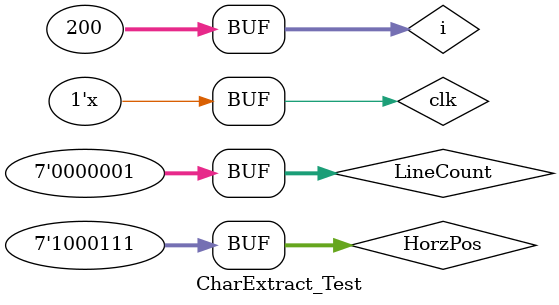
<source format=v>
`timescale 1ns / 1ps


module CharExtract_Test;

	// Inputs
	reg clk;
	reg [6:0] HorzPos;
	reg [6:0] LineCount;

	// Outputs
	wire [7:0] ASCII;
	wire [7:0] TextColor;

	// Instantiate the Unit Under Test (UUT)
	CharExtract uut (
		.clk(clk), 
		.HorzPos(HorzPos), 
		.LineCount(LineCount), 
		.ASCII(ASCII), 
		.TextColor(TextColor)
	);
integer i;
	initial begin
		// Initialize Inputs
		clk = 0;
		HorzPos = 0;
		LineCount = 0;

		// Wait 100 ns for global reset to finish
		for (i=0;i<200;i=i+1)
		begin
			{LineCount,HorzPos} = i;
			#2;
		end
        
		// Add stimulus here

	end
      always 
		#1 clk<=~clk;
endmodule


</source>
